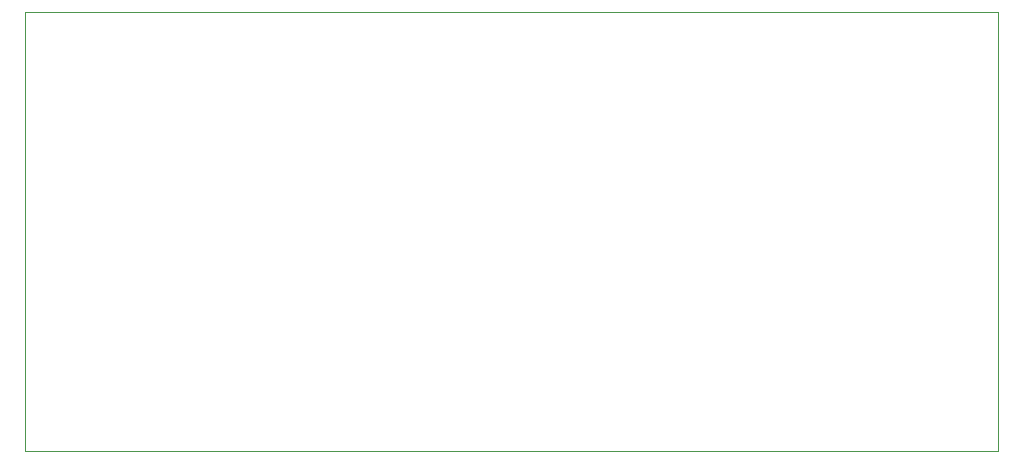
<source format=gm1>
G04 #@! TF.GenerationSoftware,KiCad,Pcbnew,8.0.5+1*
G04 #@! TF.CreationDate,2024-12-31T01:26:13+00:00*
G04 #@! TF.ProjectId,RIDE,52494445-2e6b-4696-9361-645f70636258,rev?*
G04 #@! TF.SameCoordinates,Original*
G04 #@! TF.FileFunction,Profile,NP*
%FSLAX46Y46*%
G04 Gerber Fmt 4.6, Leading zero omitted, Abs format (unit mm)*
G04 Created by KiCad (PCBNEW 8.0.5+1) date 2024-12-31 01:26:13*
%MOMM*%
%LPD*%
G01*
G04 APERTURE LIST*
G04 #@! TA.AperFunction,Profile*
%ADD10C,0.100000*%
G04 #@! TD*
G04 APERTURE END LIST*
D10*
X0Y37084000D02*
X0Y0D01*
X82343605Y0D02*
X82089605Y0D01*
X0Y37211000D02*
X0Y37084000D01*
X82089605Y37211000D02*
X301605Y37211000D01*
X0Y37211000D02*
X301605Y37211000D01*
X82343605Y152400D02*
X82343605Y37084000D01*
X82343605Y152400D02*
X82343605Y0D01*
X82089605Y37211000D02*
X82343605Y37211000D01*
X82343605Y37211000D02*
X82343605Y37084000D01*
X301605Y0D02*
X82089605Y0D01*
X0Y0D02*
X301605Y0D01*
M02*

</source>
